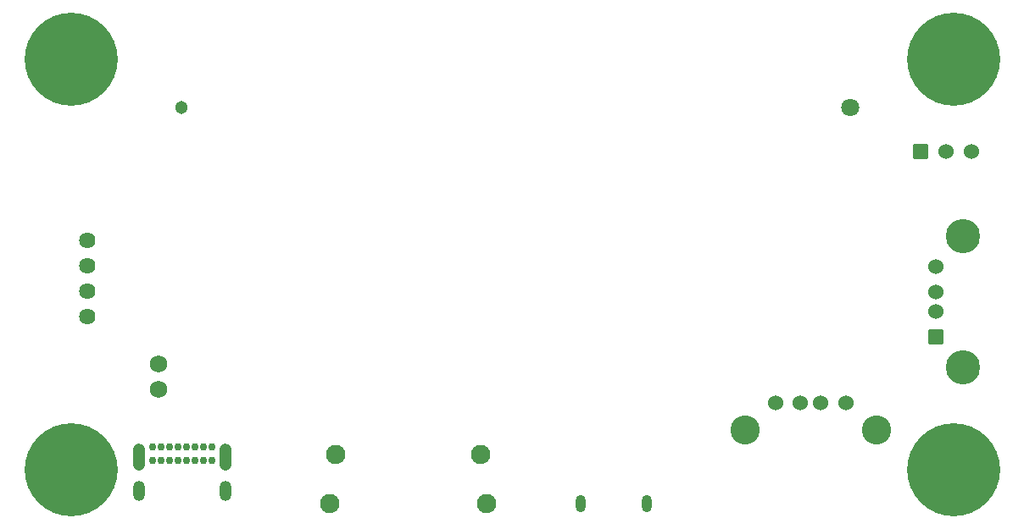
<source format=gbr>
%TF.GenerationSoftware,KiCad,Pcbnew,(6.0.9)*%
%TF.CreationDate,2023-01-10T21:20:11-08:00*%
%TF.ProjectId,RPCM1 IO Board,5250434d-3120-4494-9f20-426f6172642e,1*%
%TF.SameCoordinates,Original*%
%TF.FileFunction,Soldermask,Bot*%
%TF.FilePolarity,Negative*%
%FSLAX46Y46*%
G04 Gerber Fmt 4.6, Leading zero omitted, Abs format (unit mm)*
G04 Created by KiCad (PCBNEW (6.0.9)) date 2023-01-10 21:20:11*
%MOMM*%
%LPD*%
G01*
G04 APERTURE LIST*
G04 Aperture macros list*
%AMRoundRect*
0 Rectangle with rounded corners*
0 $1 Rounding radius*
0 $2 $3 $4 $5 $6 $7 $8 $9 X,Y pos of 4 corners*
0 Add a 4 corners polygon primitive as box body*
4,1,4,$2,$3,$4,$5,$6,$7,$8,$9,$2,$3,0*
0 Add four circle primitives for the rounded corners*
1,1,$1+$1,$2,$3*
1,1,$1+$1,$4,$5*
1,1,$1+$1,$6,$7*
1,1,$1+$1,$8,$9*
0 Add four rect primitives between the rounded corners*
20,1,$1+$1,$2,$3,$4,$5,0*
20,1,$1+$1,$4,$5,$6,$7,0*
20,1,$1+$1,$6,$7,$8,$9,0*
20,1,$1+$1,$8,$9,$2,$3,0*%
G04 Aperture macros list end*
%ADD10C,0.711200*%
%ADD11C,0.762000*%
%ADD12O,1.219200X2.717800*%
%ADD13O,1.219200X2.006600*%
%ADD14C,9.301600*%
%ADD15C,5.801600*%
%ADD16C,0.609600*%
%ADD17O,1.016000X1.701800*%
%ADD18C,1.752600*%
%ADD19RoundRect,0.050800X0.714000X-0.714000X0.714000X0.714000X-0.714000X0.714000X-0.714000X-0.714000X0*%
%ADD20C,1.529600*%
%ADD21C,3.417600*%
%ADD22C,1.930400*%
%ADD23C,1.524000*%
%ADD24C,2.921000*%
%ADD25C,1.625600*%
%ADD26C,1.301600*%
%ADD27C,1.801600*%
%ADD28RoundRect,0.050800X-0.711200X-0.711200X0.711200X-0.711200X0.711200X0.711200X-0.711200X0.711200X0*%
G04 APERTURE END LIST*
D10*
%TO.C,J1*%
X62172759Y-85786180D03*
X62172759Y-84998780D03*
X70822729Y-84998780D03*
X62172744Y-81258181D03*
X62172744Y-82756781D03*
X70822729Y-82756780D03*
X70822729Y-85786180D03*
X70822729Y-81258180D03*
D11*
X63522744Y-81027480D03*
X64372745Y-81027480D03*
X65222743Y-81027480D03*
X66072744Y-81027480D03*
X66922745Y-81027480D03*
X67772746Y-81027480D03*
X68622744Y-81027480D03*
X69472745Y-81027480D03*
X63522744Y-82377480D03*
X64372745Y-82377480D03*
X65222743Y-82377480D03*
X66072744Y-82377480D03*
X66922745Y-82377480D03*
X67772746Y-82377480D03*
X68622744Y-82377480D03*
X69472745Y-82377480D03*
D12*
X62172744Y-82007481D03*
X70822729Y-82007480D03*
D13*
X62172759Y-85392480D03*
X70822729Y-85392480D03*
%TD*%
D14*
%TO.C,H4*%
X143510000Y-83312000D03*
D15*
X143510000Y-83312000D03*
%TD*%
D14*
%TO.C,H3*%
X143522700Y-42232580D03*
D15*
X143522700Y-42232580D03*
%TD*%
D16*
%TO.C,J7*%
X112913698Y-87041782D03*
X106313702Y-86355982D03*
X112913698Y-86355982D03*
X106313702Y-87041782D03*
D17*
X106313702Y-86698882D03*
X112913698Y-86698882D03*
%TD*%
D14*
%TO.C,H2*%
X55384700Y-42232580D03*
D15*
X55384700Y-42232580D03*
%TD*%
D18*
%TO.C,J3*%
X64147700Y-75252580D03*
X64147700Y-72712580D03*
%TD*%
D19*
%TO.C,J5*%
X141714700Y-69989580D03*
D20*
X141714700Y-67489580D03*
X141714700Y-65489580D03*
X141714700Y-62989580D03*
D21*
X144424700Y-73059580D03*
X144424700Y-59919580D03*
%TD*%
D22*
%TO.C,J2*%
X81789702Y-81796258D03*
X96289698Y-81796258D03*
X81189700Y-86696169D03*
X96889699Y-86696169D03*
%TD*%
D15*
%TO.C,H1*%
X55372000Y-83312000D03*
D14*
X55372000Y-83312000D03*
%TD*%
D23*
%TO.C,J6*%
X125731700Y-76630571D03*
X128246300Y-76630571D03*
X130252900Y-76630571D03*
X132767500Y-76630571D03*
D24*
X122679600Y-79322971D03*
X135819600Y-79322971D03*
%TD*%
D25*
%TO.C,M1*%
X57035700Y-68013580D03*
X57035700Y-65473580D03*
X57035700Y-62933580D03*
X57035700Y-60393580D03*
%TD*%
D26*
%TO.C,U5*%
X66431700Y-47094580D03*
D27*
X133231700Y-47094580D03*
%TD*%
D28*
%TO.C,J4*%
X140220700Y-51503580D03*
D23*
X142760700Y-51503580D03*
X145300700Y-51503580D03*
%TD*%
M02*

</source>
